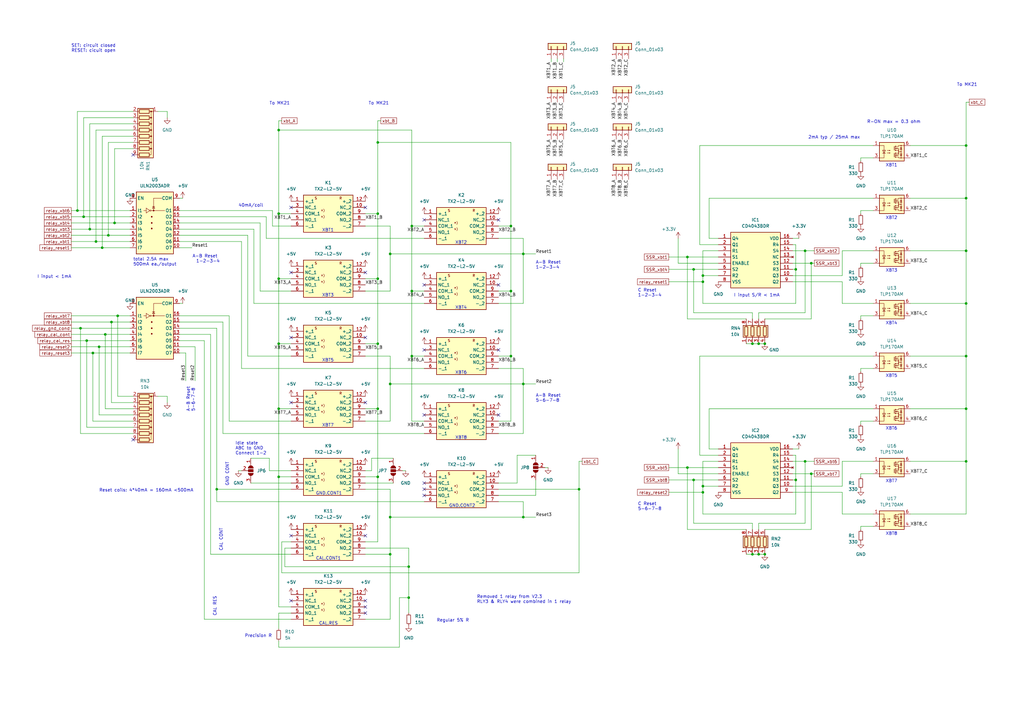
<source format=kicad_sch>
(kicad_sch (version 20230121) (generator eeschema)
  (paper "A3")
  (title_block (title "XBT Autolauncher 3.0") (rev "1") (company "NOAA/AOML") (comment 1 "Christian Saiz"))
  (junction (at 114.3 195.58))
  (junction (at 330.2 102.87))
  (junction (at 214.63 104.14))
  (junction (at 154.94 114.3))
  (junction (at 308.61 140.97))
  (junction (at 396.24 81.28))
  (junction (at 396.24 102.87))
  (junction (at 41.91 101.6))
  (junction (at 288.29 201.93))
  (junction (at 154.94 195.58))
  (junction (at 114.3 53.34))
  (junction (at 311.15 227.33))
  (junction (at 160.02 212.09))
  (junction (at 396.24 189.23))
  (junction (at 281.94 191.77))
  (junction (at 154.94 140.97))
  (junction (at 168.91 92.71))
  (junction (at 154.94 87.63))
  (junction (at 36.83 93.98))
  (junction (at 154.94 58.42))
  (junction (at 332.74 194.31))
  (junction (at 31.75 86.36))
  (junction (at 284.48 110.49))
  (junction (at 209.55 92.71))
  (junction (at 396.24 124.46))
  (junction (at 332.74 107.95))
  (junction (at 154.94 167.64))
  (junction (at 160.02 104.14))
  (junction (at 44.45 96.52))
  (junction (at 40.64 142.24))
  (junction (at 237.49 200.66))
  (junction (at 326.39 110.49))
  (junction (at 160.02 227.33))
  (junction (at 209.55 119.38))
  (junction (at 43.18 137.16))
  (junction (at 33.02 134.62))
  (junction (at 160.02 157.48))
  (junction (at 313.69 227.33))
  (junction (at 209.55 146.05))
  (junction (at 284.48 196.85))
  (junction (at 288.29 113.03))
  (junction (at 308.61 227.33))
  (junction (at 330.2 189.23))
  (junction (at 114.3 114.3))
  (junction (at 396.24 167.64))
  (junction (at 214.63 157.48))
  (junction (at 288.29 115.57))
  (junction (at 167.64 245.11))
  (junction (at 313.69 140.97))
  (junction (at 311.15 140.97))
  (junction (at 288.29 199.39))
  (junction (at 35.56 139.7))
  (junction (at 39.37 99.06))
  (junction (at 167.64 232.41))
  (junction (at 396.24 146.05))
  (junction (at 34.29 88.9))
  (junction (at 48.26 129.54))
  (junction (at 46.99 91.44))
  (junction (at 114.3 87.63))
  (junction (at 326.39 196.85))
  (junction (at 45.72 132.08))
  (junction (at 38.1 144.78))
  (junction (at 396.24 59.69))
  (junction (at 214.63 212.09))
  (junction (at 168.91 119.38))
  (junction (at 168.91 146.05))
  (junction (at 88.9 200.66))
  (junction (at 281.94 105.41))
  (junction (at 114.3 167.64))
  (junction (at 114.3 140.97))
  (no_connect (at 149.86 138.43))
  (no_connect (at 119.38 111.76))
  (no_connect (at 149.86 251.46))
  (no_connect (at 54.61 180.34))
  (no_connect (at 149.86 111.76))
  (no_connect (at 119.38 219.71))
  (no_connect (at 204.47 143.51))
  (no_connect (at 149.86 248.92))
  (no_connect (at 119.38 165.1))
  (no_connect (at 173.99 198.12))
  (no_connect (at 173.99 143.51))
  (no_connect (at 173.99 90.17))
  (no_connect (at 119.38 246.38))
  (no_connect (at 173.99 116.84))
  (no_connect (at 119.38 138.43))
  (no_connect (at 149.86 85.09))
  (no_connect (at 204.47 116.84))
  (no_connect (at 149.86 165.1))
  (no_connect (at 204.47 170.18))
  (no_connect (at 149.86 219.71))
  (no_connect (at 173.99 170.18))
  (no_connect (at 119.38 85.09))
  (no_connect (at 54.61 63.5))
  (no_connect (at 173.99 203.2))
  (no_connect (at 173.99 200.66))
  (no_connect (at 204.47 90.17))
  (no_connect (at 149.86 246.38))
  (wire (pts (xy 228.6 24.13) (xy 228.6 25.4)))
  (wire (pts (xy 204.47 205.74) (xy 214.63 205.74)))
  (wire (pts (xy 353.06 87.63) (xy 353.06 86.36)))
  (wire (pts (xy 353.06 195.58) (xy 353.06 194.31)))
  (wire (pts (xy 80.01 142.24) (xy 80.01 156.21)))
  (wire (pts (xy 325.12 110.49) (xy 326.39 110.49)))
  (wire (pts (xy 44.45 58.42) (xy 44.45 96.52)))
  (wire (pts (xy 214.63 124.46) (xy 214.63 104.14)))
  (wire (pts (xy 334.01 194.31) (xy 332.74 194.31)))
  (wire (pts (xy 287.02 186.69) (xy 294.64 186.69)))
  (wire (pts (xy 54.61 167.64) (xy 43.18 167.64)))
  (wire (pts (xy 288.29 115.57) (xy 288.29 124.46)))
  (wire (pts (xy 226.06 24.13) (xy 226.06 25.4)))
  (wire (pts (xy 396.24 59.69) (xy 396.24 81.28)))
  (wire (pts (xy 214.63 177.8) (xy 214.63 157.48)))
  (wire (pts (xy 325.12 102.87) (xy 330.2 102.87)))
  (wire (pts (xy 160.02 227.33) (xy 160.02 212.09)))
  (wire (pts (xy 88.9 205.74) (xy 88.9 200.66)))
  (wire (pts (xy 167.64 245.11) (xy 167.64 251.46)))
  (wire (pts (xy 54.61 48.26) (xy 34.29 48.26)))
  (wire (pts (xy 274.32 105.41) (xy 281.94 105.41)))
  (wire (pts (xy 114.3 87.63) (xy 114.3 114.3)))
  (wire (pts (xy 33.02 134.62) (xy 33.02 177.8)))
  (wire (pts (xy 358.14 210.82) (xy 345.44 210.82)))
  (wire (pts (xy 326.39 100.33) (xy 326.39 110.49)))
  (wire (pts (xy 119.38 167.64) (xy 114.3 167.64)))
  (wire (pts (xy 396.24 81.28) (xy 396.24 102.87)))
  (wire (pts (xy 160.02 146.05) (xy 149.86 146.05)))
  (wire (pts (xy 209.55 172.72) (xy 209.55 146.05)))
  (wire (pts (xy 91.44 177.8) (xy 173.99 177.8)))
  (wire (pts (xy 284.48 196.85) (xy 294.64 196.85)))
  (wire (pts (xy 173.99 172.72) (xy 168.91 172.72)))
  (wire (pts (xy 353.06 86.36) (xy 358.14 86.36)))
  (wire (pts (xy 106.68 91.44) (xy 106.68 119.38)))
  (wire (pts (xy 29.21 99.06) (xy 39.37 99.06)))
  (wire (pts (xy 358.14 124.46) (xy 345.44 124.46)))
  (wire (pts (xy 29.21 132.08) (xy 45.72 132.08)))
  (wire (pts (xy 326.39 210.82) (xy 288.29 210.82)))
  (wire (pts (xy 396.24 81.28) (xy 373.38 81.28)))
  (wire (pts (xy 41.91 101.6) (xy 53.34 101.6)))
  (wire (pts (xy 330.2 102.87) (xy 330.2 128.27)))
  (wire (pts (xy 274.32 201.93) (xy 288.29 201.93)))
  (wire (pts (xy 168.91 146.05) (xy 168.91 172.72)))
  (wire (pts (xy 204.47 203.2) (xy 219.71 203.2)))
  (wire (pts (xy 45.72 132.08) (xy 53.34 132.08)))
  (wire (pts (xy 373.38 146.05) (xy 396.24 146.05)))
  (wire (pts (xy 396.24 189.23) (xy 373.38 189.23)))
  (wire (pts (xy 74.93 81.28) (xy 73.66 81.28)))
  (wire (pts (xy 168.91 92.71) (xy 168.91 119.38)))
  (wire (pts (xy 313.69 217.17) (xy 332.74 217.17)))
  (wire (pts (xy 353.06 173.99) (xy 353.06 172.72)))
  (wire (pts (xy 114.3 53.34) (xy 114.3 87.63)))
  (wire (pts (xy 358.14 59.69) (xy 287.02 59.69)))
  (wire (pts (xy 114.3 251.46) (xy 114.3 257.81)))
  (wire (pts (xy 119.38 222.25) (xy 115.57 222.25)))
  (wire (pts (xy 73.66 134.62) (xy 88.9 134.62)))
  (wire (pts (xy 274.32 110.49) (xy 284.48 110.49)))
  (wire (pts (xy 168.91 119.38) (xy 173.99 119.38)))
  (wire (pts (xy 73.66 93.98) (xy 104.14 93.98)))
  (wire (pts (xy 334.01 107.95) (xy 332.74 107.95)))
  (wire (pts (xy 396.24 59.69) (xy 396.24 41.91)))
  (wire (pts (xy 345.44 201.93) (xy 325.12 201.93)))
  (wire (pts (xy 287.02 146.05) (xy 287.02 186.69)))
  (wire (pts (xy 204.47 124.46) (xy 214.63 124.46)))
  (wire (pts (xy 116.84 232.41) (xy 167.64 232.41)))
  (wire (pts (xy 326.39 110.49) (xy 326.39 124.46)))
  (wire (pts (xy 288.29 189.23) (xy 288.29 199.39)))
  (wire (pts (xy 40.64 142.24) (xy 40.64 170.18)))
  (wire (pts (xy 149.86 92.71) (xy 160.02 92.71)))
  (wire (pts (xy 154.94 167.64) (xy 149.86 167.64)))
  (wire (pts (xy 106.68 119.38) (xy 119.38 119.38)))
  (wire (pts (xy 396.24 124.46) (xy 396.24 146.05)))
  (wire (pts (xy 358.14 81.28) (xy 290.83 81.28)))
  (wire (pts (xy 163.83 245.11) (xy 167.64 245.11)))
  (wire (pts (xy 73.66 96.52) (xy 101.6 96.52)))
  (wire (pts (xy 110.49 187.96) (xy 110.49 193.04)))
  (wire (pts (xy 115.57 234.95) (xy 237.49 234.95)))
  (wire (pts (xy 111.76 86.36) (xy 111.76 92.71)))
  (wire (pts (xy 326.39 124.46) (xy 288.29 124.46)))
  (wire (pts (xy 46.99 60.96) (xy 46.99 91.44)))
  (wire (pts (xy 114.3 195.58) (xy 114.3 248.92)))
  (wire (pts (xy 154.94 140.97) (xy 154.94 114.3)))
  (wire (pts (xy 29.21 101.6) (xy 41.91 101.6)))
  (wire (pts (xy 396.24 167.64) (xy 373.38 167.64)))
  (wire (pts (xy 29.21 129.54) (xy 48.26 129.54)))
  (wire (pts (xy 214.63 212.09) (xy 219.71 212.09)))
  (wire (pts (xy 345.44 199.39) (xy 325.12 199.39)))
  (wire (pts (xy 43.18 137.16) (xy 43.18 167.64)))
  (wire (pts (xy 29.21 142.24) (xy 40.64 142.24)))
  (wire (pts (xy 88.9 134.62) (xy 88.9 200.66)))
  (wire (pts (xy 54.61 170.18) (xy 40.64 170.18)))
  (wire (pts (xy 54.61 162.56) (xy 48.26 162.56)))
  (wire (pts (xy 330.2 189.23) (xy 330.2 214.63)))
  (wire (pts (xy 102.87 187.96) (xy 110.49 187.96)))
  (wire (pts (xy 29.21 86.36) (xy 31.75 86.36)))
  (wire (pts (xy 29.21 137.16) (xy 43.18 137.16)))
  (wire (pts (xy 114.3 114.3) (xy 114.3 140.97)))
  (wire (pts (xy 41.91 55.88) (xy 41.91 101.6)))
  (wire (pts (xy 214.63 151.13) (xy 214.63 157.48)))
  (wire (pts (xy 54.61 165.1) (xy 45.72 165.1)))
  (wire (pts (xy 353.06 152.4) (xy 353.06 151.13)))
  (wire (pts (xy 345.44 115.57) (xy 325.12 115.57)))
  (wire (pts (xy 353.06 151.13) (xy 358.14 151.13)))
  (wire (pts (xy 160.02 254) (xy 160.02 227.33)))
  (wire (pts (xy 114.3 140.97) (xy 119.38 140.97)))
  (wire (pts (xy 345.44 113.03) (xy 325.12 113.03)))
  (wire (pts (xy 154.94 195.58) (xy 154.94 167.64)))
  (wire (pts (xy 73.66 101.6) (xy 78.74 101.6)))
  (wire (pts (xy 353.06 66.04) (xy 353.06 64.77)))
  (wire (pts (xy 288.29 199.39) (xy 294.64 199.39)))
  (wire (pts (xy 73.66 91.44) (xy 106.68 91.44)))
  (wire (pts (xy 119.38 224.79) (xy 116.84 224.79)))
  (wire (pts (xy 345.44 124.46) (xy 345.44 115.57)))
  (wire (pts (xy 149.86 224.79) (xy 167.64 224.79)))
  (wire (pts (xy 353.06 215.9) (xy 358.14 215.9)))
  (wire (pts (xy 29.21 96.52) (xy 44.45 96.52)))
  (wire (pts (xy 274.32 191.77) (xy 281.94 191.77)))
  (wire (pts (xy 396.24 124.46) (xy 373.38 124.46)))
  (wire (pts (xy 287.02 100.33) (xy 294.64 100.33)))
  (wire (pts (xy 325.12 107.95) (xy 332.74 107.95)))
  (wire (pts (xy 165.1 193.04) (xy 166.37 193.04)))
  (wire (pts (xy 54.61 175.26) (xy 35.56 175.26)))
  (wire (pts (xy 154.94 140.97) (xy 149.86 140.97)))
  (wire (pts (xy 358.14 167.64) (xy 290.83 167.64)))
  (wire (pts (xy 102.87 198.12) (xy 119.38 198.12)))
  (wire (pts (xy 212.09 198.12) (xy 212.09 186.69)))
  (wire (pts (xy 274.32 115.57) (xy 288.29 115.57)))
  (wire (pts (xy 396.24 102.87) (xy 396.24 124.46)))
  (wire (pts (xy 168.91 53.34) (xy 168.91 92.71)))
  (wire (pts (xy 154.94 49.53) (xy 154.94 58.42)))
  (wire (pts (xy 274.32 196.85) (xy 284.48 196.85)))
  (wire (pts (xy 204.47 198.12) (xy 212.09 198.12)))
  (wire (pts (xy 278.13 194.31) (xy 294.64 194.31)))
  (wire (pts (xy 31.75 86.36) (xy 53.34 86.36)))
  (wire (pts (xy 73.66 139.7) (xy 83.82 139.7)))
  (wire (pts (xy 73.66 88.9) (xy 109.22 88.9)))
  (wire (pts (xy 308.61 214.63) (xy 284.48 214.63)))
  (wire (pts (xy 306.07 227.33) (xy 308.61 227.33)))
  (wire (pts (xy 104.14 93.98) (xy 104.14 124.46)))
  (wire (pts (xy 149.86 200.66) (xy 160.02 200.66)))
  (wire (pts (xy 29.21 93.98) (xy 36.83 93.98)))
  (wire (pts (xy 86.36 227.33) (xy 119.38 227.33)))
  (wire (pts (xy 115.57 49.53) (xy 114.3 49.53)))
  (wire (pts (xy 345.44 210.82) (xy 345.44 201.93)))
  (wire (pts (xy 54.61 172.72) (xy 38.1 172.72)))
  (wire (pts (xy 160.02 172.72) (xy 160.02 157.48)))
  (wire (pts (xy 114.3 262.89) (xy 114.3 265.43)))
  (wire (pts (xy 209.55 119.38) (xy 209.55 92.71)))
  (wire (pts (xy 212.09 186.69) (xy 219.71 186.69)))
  (wire (pts (xy 290.83 81.28) (xy 290.83 97.79)))
  (wire (pts (xy 214.63 157.48) (xy 160.02 157.48)))
  (wire (pts (xy 149.86 227.33) (xy 160.02 227.33)))
  (wire (pts (xy 173.99 205.74) (xy 88.9 205.74)))
  (wire (pts (xy 38.1 172.72) (xy 38.1 144.78)))
  (wire (pts (xy 353.06 109.22) (xy 353.06 107.95)))
  (wire (pts (xy 114.3 49.53) (xy 114.3 53.34)))
  (wire (pts (xy 308.61 217.17) (xy 308.61 214.63)))
  (wire (pts (xy 358.14 102.87) (xy 345.44 102.87)))
  (wire (pts (xy 209.55 92.71) (xy 204.47 92.71)))
  (wire (pts (xy 288.29 201.93) (xy 288.29 199.39)))
  (wire (pts (xy 160.02 157.48) (xy 160.02 146.05)))
  (wire (pts (xy 115.57 222.25) (xy 115.57 234.95)))
  (wire (pts (xy 64.77 162.56) (xy 68.58 162.56)))
  (wire (pts (xy 160.02 119.38) (xy 160.02 104.14)))
  (wire (pts (xy 284.48 110.49) (xy 294.64 110.49)))
  (wire (pts (xy 154.94 114.3) (xy 154.94 87.63)))
  (wire (pts (xy 154.94 58.42) (xy 209.55 58.42)))
  (wire (pts (xy 73.66 142.24) (xy 80.01 142.24)))
  (wire (pts (xy 287.02 59.69) (xy 287.02 100.33)))
  (wire (pts (xy 332.74 107.95) (xy 332.74 130.81)))
  (wire (pts (xy 149.86 198.12) (xy 161.29 198.12)))
  (wire (pts (xy 31.75 45.72) (xy 31.75 86.36)))
  (wire (pts (xy 149.86 195.58) (xy 154.94 195.58)))
  (wire (pts (xy 160.02 200.66) (xy 160.02 212.09)))
  (wire (pts (xy 152.4 187.96) (xy 161.29 187.96)))
  (wire (pts (xy 306.07 217.17) (xy 281.94 217.17)))
  (wire (pts (xy 152.4 193.04) (xy 152.4 187.96)))
  (wire (pts (xy 34.29 48.26) (xy 34.29 88.9)))
  (wire (pts (xy 101.6 146.05) (xy 119.38 146.05)))
  (wire (pts (xy 167.64 232.41) (xy 167.64 245.11)))
  (wire (pts (xy 209.55 146.05) (xy 204.47 146.05)))
  (wire (pts (xy 308.61 140.97) (xy 311.15 140.97)))
  (wire (pts (xy 334.01 189.23) (xy 330.2 189.23)))
  (wire (pts (xy 40.64 142.24) (xy 53.34 142.24)))
  (wire (pts (xy 119.38 195.58) (xy 114.3 195.58)))
  (wire (pts (xy 223.52 191.77) (xy 224.79 191.77)))
  (wire (pts (xy 290.83 184.15) (xy 294.64 184.15)))
  (wire (pts (xy 99.06 99.06) (xy 99.06 151.13)))
  (wire (pts (xy 29.21 144.78) (xy 38.1 144.78)))
  (wire (pts (xy 99.06 151.13) (xy 173.99 151.13)))
  (wire (pts (xy 209.55 172.72) (xy 204.47 172.72)))
  (wire (pts (xy 73.66 137.16) (xy 86.36 137.16)))
  (wire (pts (xy 219.71 196.85) (xy 219.71 203.2)))
  (wire (pts (xy 114.3 265.43) (xy 163.83 265.43)))
  (wire (pts (xy 104.14 124.46) (xy 173.99 124.46)))
  (wire (pts (xy 284.48 196.85) (xy 284.48 214.63)))
  (wire (pts (xy 39.37 53.34) (xy 39.37 99.06)))
  (wire (pts (xy 160.02 212.09) (xy 214.63 212.09)))
  (wire (pts (xy 313.69 130.81) (xy 332.74 130.81)))
  (wire (pts (xy 168.91 119.38) (xy 168.91 146.05)))
  (wire (pts (xy 97.79 193.04) (xy 99.06 193.04)))
  (wire (pts (xy 204.47 200.66) (xy 237.49 200.66)))
  (wire (pts (xy 396.24 167.64) (xy 396.24 189.23)))
  (wire (pts (xy 334.01 102.87) (xy 330.2 102.87)))
  (wire (pts (xy 114.3 140.97) (xy 114.3 167.64)))
  (wire (pts (xy 168.91 92.71) (xy 173.99 92.71)))
  (wire (pts (xy 114.3 195.58) (xy 114.3 167.64)))
  (wire (pts (xy 48.26 129.54) (xy 48.26 162.56)))
  (wire (pts (xy 281.94 105.41) (xy 281.94 130.81)))
  (wire (pts (xy 353.06 130.81) (xy 353.06 129.54)))
  (wire (pts (xy 353.06 194.31) (xy 358.14 194.31)))
  (wire (pts (xy 214.63 104.14) (xy 214.63 97.79)))
  (wire (pts (xy 54.61 58.42) (xy 44.45 58.42)))
  (wire (pts (xy 311.15 217.17) (xy 311.15 214.63)))
  (wire (pts (xy 284.48 128.27) (xy 284.48 110.49)))
  (wire (pts (xy 154.94 87.63) (xy 149.86 87.63)))
  (wire (pts (xy 308.61 128.27) (xy 284.48 128.27)))
  (wire (pts (xy 160.02 104.14) (xy 214.63 104.14)))
  (wire (pts (xy 91.44 132.08) (xy 91.44 177.8)))
  (wire (pts (xy 111.76 92.71) (xy 119.38 92.71)))
  (wire (pts (xy 306.07 140.97) (xy 308.61 140.97)))
  (wire (pts (xy 154.94 167.64) (xy 154.94 140.97)))
  (wire (pts (xy 209.55 146.05) (xy 209.55 119.38)))
  (wire (pts (xy 214.63 157.48) (xy 219.71 157.48)))
  (wire (pts (xy 68.58 162.56) (xy 68.58 165.1)))
  (wire (pts (xy 73.66 86.36) (xy 111.76 86.36)))
  (wire (pts (xy 294.64 189.23) (xy 288.29 189.23)))
  (wire (pts (xy 88.9 200.66) (xy 119.38 200.66)))
  (wire (pts (xy 73.66 129.54) (xy 93.98 129.54)))
  (wire (pts (xy 64.77 45.72) (xy 68.58 45.72)))
  (wire (pts (xy 396.24 41.91) (xy 397.51 41.91)))
  (wire (pts (xy 281.94 105.41) (xy 294.64 105.41)))
  (wire (pts (xy 54.61 50.8) (xy 36.83 50.8)))
  (wire (pts (xy 209.55 92.71) (xy 209.55 58.42)))
  (wire (pts (xy 231.14 24.13) (xy 231.14 25.4)))
  (wire (pts (xy 288.29 201.93) (xy 288.29 210.82)))
  (wire (pts (xy 160.02 92.71) (xy 160.02 104.14)))
  (wire (pts (xy 154.94 49.53) (xy 156.21 49.53)))
  (wire (pts (xy 325.12 100.33) (xy 326.39 100.33)))
  (wire (pts (xy 311.15 130.81) (xy 311.15 128.27)))
  (wire (pts (xy 46.99 91.44) (xy 53.34 91.44)))
  (wire (pts (xy 278.13 184.15) (xy 278.13 194.31)))
  (wire (pts (xy 396.24 146.05) (xy 396.24 167.64)))
  (wire (pts (xy 345.44 189.23) (xy 345.44 199.39)))
  (wire (pts (xy 154.94 58.42) (xy 154.94 87.63)))
  (wire (pts (xy 306.07 130.81) (xy 281.94 130.81)))
  (wire (pts (xy 332.74 194.31) (xy 325.12 194.31)))
  (wire (pts (xy 36.83 93.98) (xy 53.34 93.98)))
  (wire (pts (xy 149.86 193.04) (xy 152.4 193.04)))
  (wire (pts (xy 358.14 146.05) (xy 287.02 146.05)))
  (wire (pts (xy 330.2 189.23) (xy 325.12 189.23)))
  (wire (pts (xy 93.98 129.54) (xy 93.98 172.72)))
  (wire (pts (xy 311.15 214.63) (xy 330.2 214.63)))
  (wire (pts (xy 396.24 189.23) (xy 396.24 210.82)))
  (wire (pts (xy 332.74 194.31) (xy 332.74 217.17)))
  (wire (pts (xy 35.56 139.7) (xy 35.56 175.26)))
  (wire (pts (xy 308.61 130.81) (xy 308.61 128.27)))
  (wire (pts (xy 109.22 97.79) (xy 173.99 97.79)))
  (wire (pts (xy 326.39 196.85) (xy 326.39 210.82)))
  (wire (pts (xy 311.15 227.33) (xy 313.69 227.33)))
  (wire (pts (xy 325.12 196.85) (xy 326.39 196.85)))
  (wire (pts (xy 76.2 144.78) (xy 76.2 156.21)))
  (wire (pts (xy 149.86 254) (xy 160.02 254)))
  (wire (pts (xy 119.38 251.46) (xy 114.3 251.46)))
  (wire (pts (xy 114.3 114.3) (xy 119.38 114.3)))
  (wire (pts (xy 154.94 222.25) (xy 154.94 195.58)))
  (wire (pts (xy 278.13 107.95) (xy 294.64 107.95)))
  (wire (pts (xy 86.36 137.16) (xy 86.36 227.33)))
  (wire (pts (xy 44.45 96.52) (xy 53.34 96.52)))
  (wire (pts (xy 353.06 129.54) (xy 358.14 129.54)))
  (wire (pts (xy 149.86 119.38) (xy 160.02 119.38)))
  (wire (pts (xy 396.24 102.87) (xy 373.38 102.87)))
  (wire (pts (xy 119.38 248.92) (xy 114.3 248.92)))
  (wire (pts (xy 35.56 139.7) (xy 53.34 139.7)))
  (wire (pts (xy 114.3 87.63) (xy 119.38 87.63)))
  (wire (pts (xy 214.63 205.74) (xy 214.63 212.09)))
  (wire (pts (xy 114.3 53.34) (xy 168.91 53.34)))
  (wire (pts (xy 353.06 172.72) (xy 358.14 172.72)))
  (wire (pts (xy 101.6 96.52) (xy 101.6 146.05)))
  (wire (pts (xy 326.39 186.69) (xy 326.39 196.85)))
  (wire (pts (xy 325.12 184.15) (xy 327.66 184.15)))
  (wire (pts (xy 54.61 53.34) (xy 39.37 53.34)))
  (wire (pts (xy 325.12 97.79) (xy 327.66 97.79)))
  (wire (pts (xy 396.24 210.82) (xy 373.38 210.82)))
  (wire (pts (xy 76.2 144.78) (xy 73.66 144.78)))
  (wire (pts (xy 353.06 217.17) (xy 353.06 215.9)))
  (wire (pts (xy 154.94 114.3) (xy 149.86 114.3)))
  (wire (pts (xy 311.15 140.97) (xy 313.69 140.97)))
  (wire (pts (xy 290.83 167.64) (xy 290.83 184.15)))
  (wire (pts (xy 149.86 172.72) (xy 160.02 172.72)))
  (wire (pts (xy 345.44 102.87) (xy 345.44 113.03)))
  (wire (pts (xy 353.06 107.95) (xy 358.14 107.95)))
  (wire (pts (xy 29.21 139.7) (xy 35.56 139.7)))
  (wire (pts (xy 93.98 172.72) (xy 119.38 172.72)))
  (wire (pts (xy 288.29 115.57) (xy 288.29 113.03)))
  (wire (pts (xy 214.63 104.14) (xy 219.71 104.14)))
  (wire (pts (xy 278.13 97.79) (xy 278.13 107.95)))
  (wire (pts (xy 237.49 189.23) (xy 238.76 189.23)))
  (wire (pts (xy 116.84 224.79) (xy 116.84 232.41)))
  (wire (pts (xy 54.61 55.88) (xy 41.91 55.88)))
  (wire (pts (xy 294.64 102.87) (xy 288.29 102.87)))
  (wire (pts (xy 68.58 45.72) (xy 68.58 48.26)))
  (wire (pts (xy 325.12 186.69) (xy 326.39 186.69)))
  (wire (pts (xy 209.55 119.38) (xy 204.47 119.38)))
  (wire (pts (xy 237.49 200.66) (xy 237.49 234.95)))
  (wire (pts (xy 110.49 193.04) (xy 119.38 193.04)))
  (wire (pts (xy 204.47 151.13) (xy 214.63 151.13)))
  (wire (pts (xy 34.29 88.9) (xy 53.34 88.9)))
  (wire (pts (xy 281.94 191.77) (xy 294.64 191.77)))
  (wire (pts (xy 204.47 177.8) (xy 214.63 177.8)))
  (wire (pts (xy 149.86 222.25) (xy 154.94 222.25)))
  (wire (pts (xy 109.22 88.9) (xy 109.22 97.79)))
  (wire (pts (xy 29.21 91.44) (xy 46.99 91.44)))
  (wire (pts (xy 33.02 134.62) (xy 53.34 134.62)))
  (wire (pts (xy 163.83 265.43) (xy 163.83 245.11)))
  (wire (pts (xy 288.29 102.87) (xy 288.29 113.03)))
  (wire (pts (xy 83.82 139.7) (xy 83.82 254)))
  (wire (pts (xy 54.61 45.72) (xy 31.75 45.72)))
  (wire (pts (xy 168.91 146.05) (xy 173.99 146.05)))
  (wire (pts (xy 83.82 254) (xy 119.38 254)))
  (wire (pts (xy 237.49 189.23) (xy 237.49 200.66)))
  (wire (pts (xy 358.14 189.23) (xy 345.44 189.23)))
  (wire (pts (xy 311.15 128.27) (xy 330.2 128.27)))
  (wire (pts (xy 36.83 50.8) (xy 36.83 93.98)))
  (wire (pts (xy 353.06 64.77) (xy 358.14 64.77)))
  (wire (pts (xy 54.61 60.96) (xy 46.99 60.96)))
  (wire (pts (xy 308.61 227.33) (xy 311.15 227.33)))
  (wire (pts (xy 214.63 97.79) (xy 204.47 97.79)))
  (wire (pts (xy 74.93 124.46) (xy 73.66 124.46)))
  (wire (pts (xy 73.66 132.08) (xy 91.44 132.08)))
  (wire (pts (xy 73.66 99.06) (xy 99.06 99.06)))
  (wire (pts (xy 281.94 191.77) (xy 281.94 217.17)))
  (wire (pts (xy 43.18 137.16) (xy 53.34 137.16)))
  (wire (pts (xy 54.61 177.8) (xy 33.02 177.8)))
  (wire (pts (xy 38.1 144.78) (xy 53.34 144.78)))
  (wire (pts (xy 290.83 97.79) (xy 294.64 97.79)))
  (wire (pts (xy 45.72 132.08) (xy 45.72 165.1)))
  (wire (pts (xy 167.64 224.79) (xy 167.64 232.41)))
  (wire (pts (xy 29.21 88.9) (xy 34.29 88.9)))
  (wire (pts (xy 39.37 99.06) (xy 53.34 99.06)))
  (wire (pts (xy 48.26 129.54) (xy 53.34 129.54)))
  (wire (pts (xy 373.38 59.69) (xy 396.24 59.69)))
  (wire (pts (xy 288.29 113.03) (xy 294.64 113.03)))
  (wire (pts (xy 29.21 134.62) (xy 33.02 134.62)))
  (text "GND.CONT2" (at 184.15 208.28 0) (effects (font (size 1.27 1.27)) (justify left bottom)))
  (text "XBT4" (at 186.69 127 0) (effects (font (size 1.27 1.27)) (justify left bottom)))
  (text "SET: circuit closed\nRESET: cicuit open" (at 29.21 21.59 0) (effects (font (size 1.27 1.27)) (justify left bottom)))
  (text "XBT7" (at 363.22 198.12 0) (effects (font (size 1.27 1.27)) (justify left bottom)))
  (text "XBT6" (at 363.22 176.53 0) (effects (font (size 1.27 1.27)) (justify left bottom)))
  (text "A-B Reset \n1-2-3-4\n" (at 90.17 107.95 0) (effects (font (size 1.27 1.27)) (justify right bottom)))
  (text "XBT8" (at 186.69 180.34 0) (effects (font (size 1.27 1.27)) (justify left bottom)))
  (text "I input S/R < 1mA" (at 300.99 121.92 0) (effects (font (size 1.27 1.27)) (justify left bottom)))
  (text "XBT3" (at 363.22 111.76 0) (effects (font (size 1.27 1.27)) (justify left bottom)))
  (text "A-B Reset \n5-6-7-8\n" (at 80.01 168.91 90) (effects (font (size 1.27 1.27)) (justify left bottom)))
  (text "Reset coils: 4*40mA = 160mA <500mA" (at 40.64 201.93 0) (effects (font (size 1.27 1.27)) (justify left bottom)))
  (text "XBT8" (at 363.22 219.71 0) (effects (font (size 1.27 1.27)) (justify left bottom)))
  (text "To MK21" (at 392.43 35.56 0) (effects (font (size 1.27 1.27)) (justify left bottom)))
  (text "A-B Reset \n1-2-3-4\n" (at 219.71 110.49 0) (effects (font (size 1.27 1.27)) (justify left bottom)))
  (text "CAL.RES" (at 130.81 256.54 0) (effects (font (size 1.27 1.27)) (justify left bottom)))
  (text "Precision R" (at 100.33 261.62 0) (effects (font (size 1.27 1.27)) (justify left bottom)))
  (text "XBT4" (at 363.22 133.35 0) (effects (font (size 1.27 1.27)) (justify left bottom)))
  (text "CAL RES\n" (at 88.9 252.73 90) (effects (font (size 1.27 1.27)) (justify left bottom)))
  (text "XBT2" (at 186.69 100.33 0) (effects (font (size 1.27 1.27)) (justify left bottom)))
  (text "To MK21" (at 110.49 43.18 0) (effects (font (size 1.27 1.27)) (justify left bottom)))
  (text "XBT6" (at 186.69 153.67 0) (effects (font (size 1.27 1.27)) (justify left bottom)))
  (text "R-ON max = 0.3 ohm" (at 355.6 50.8 0) (effects (font (size 1.27 1.27)) (justify left bottom)))
  (text "To MK21" (at 151.13 43.18 0) (effects (font (size 1.27 1.27)) (justify left bottom)))
  (text "Regular 5% R" (at 179.07 255.27 0) (effects (font (size 1.27 1.27)) (justify left bottom)))
  (text "XBT1" (at 132.08 95.25 0) (effects (font (size 1.27 1.27)) (justify left bottom)))
  (text "total 2.5A max\n500mA ea./output\n" (at 54.61 109.22 0) (effects (font (size 1.27 1.27)) (justify left bottom)))
  (text "XBT2" (at 363.22 90.17 0) (effects (font (size 1.27 1.27)) (justify left bottom)))
  (text "XBT7" (at 132.08 175.26 0) (effects (font (size 1.27 1.27)) (justify left bottom)))
  (text "40mA/coil\n" (at 97.79 85.09 0) (effects (font (size 1.27 1.27)) (justify left bottom)))
  (text "C Reset \n5-6-7-8\n" (at 261.62 209.55 0) (effects (font (size 1.27 1.27)) (justify left bottom)))
  (text "Idle state\nABC to GND\nConnect 1-2" (at 96.52 186.69 0) (effects (font (size 1.27 1.27)) (justify left bottom)))
  (text "I input < 1mA" (at 15.24 114.3 0) (effects (font (size 1.27 1.27)) (justify left bottom)))
  (text "2mA typ / 25mA max" (at 331.47 57.15 0) (effects (font (size 1.27 1.27)) (justify left bottom)))
  (text "XBT1" (at 363.22 68.58 0) (effects (font (size 1.27 1.27)) (justify left bottom)))
  (text "XBT5" (at 363.22 154.94 0) (effects (font (size 1.27 1.27)) (justify left bottom)))
  (text "CAL.CONT1" (at 129.54 229.87 0) (effects (font (size 1.27 1.27)) (justify left bottom)))
  (text "GND CONT\n" (at 93.98 199.39 90) (effects (font (size 1.27 1.27)) (justify left bottom)))
  (text "Removed 1 relay from V2.3\nRLY3 & RLY4 were combined in 1 relay" (at 195.58 247.65 0) (effects (font (size 1.27 1.27)) (justify left bottom)))
  (text "XBT5" (at 132.08 148.59 0) (effects (font (size 1.27 1.27)) (justify left bottom)))
  (text "C Reset \n1-2-3-4\n" (at 261.62 121.92 0) (effects (font (size 1.27 1.27)) (justify left bottom)))
  (text "XBT3" (at 132.08 121.92 0) (effects (font (size 1.27 1.27)) (justify left bottom)))
  (text "CAL CONT" (at 91.44 226.06 90) (effects (font (size 1.27 1.27)) (justify left bottom)))
  (text "A-B Reset \n5-6-7-8\n" (at 219.71 165.1 0) (effects (font (size 1.27 1.27)) (justify left bottom)))
  (text "GND.CONT1" (at 129.54 203.2 0) (effects (font (size 1.27 1.27)) (justify left bottom)))
  (label "XBT3_A" (at 226.06 41.91 270))
  (label "XBT4_C" (at 257.81 41.91 270))
  (label "XBT5_C" (at 373.38 151.13 0))
  (label "XBT2_B" (at 255.27 24.13 270))
  (label "XBT6_B" (at 204.47 148.59 0))
  (label "XBT7_A" (at 226.06 73.66 270))
  (label "XBT4_B" (at 204.47 121.92 0))
  (label "XBT7_C" (at 231.14 73.66 270))
  (label "Reset3" (at 76.2 156.21 90))
  (label "XBT4_B" (at 255.27 41.91 270))
  (label "XBT1_B" (at 228.6 25.4 270))
  (label "XBT6_A" (at 173.99 148.59 180))
  (label "XBT7_B" (at 228.6 73.66 270))
  (label "XBT1_A" (at 119.38 90.17 180))
  (label "XBT4_C" (at 373.38 129.54 0))
  (label "XBT8_A" (at 252.73 73.66 270))
  (label "XBT2_B" (at 204.47 95.25 0))
  (label "Reset3" (at 219.71 212.09 0))
  (label "XBT8_B" (at 204.47 175.26 0))
  (label "XBT3_B" (at 149.86 116.84 0))
  (label "XBT4_A" (at 252.73 41.91 270))
  (label "XBT5_A" (at 226.06 57.15 270))
  (label "Reset2" (at 219.71 157.48 0))
  (label "XBT3_B" (at 228.6 41.91 270))
  (label "XBT2_C" (at 373.38 86.36 0))
  (label "XBT7_C" (at 373.38 194.31 0))
  (label "XBT8_C" (at 257.81 73.66 270))
  (label "XBT2_A" (at 252.73 24.13 270))
  (label "XBT1_A" (at 226.06 25.4 270))
  (label "XBT8_C" (at 373.38 215.9 0))
  (label "XBT3_C" (at 373.38 107.95 0))
  (label "XBT7_B" (at 149.86 170.18 0))
  (label "XBT2_C" (at 257.81 24.13 270))
  (label "XBT6_C" (at 373.38 172.72 0))
  (label "XBT5_B" (at 228.6 57.15 270))
  (label "XBT3_C" (at 231.14 41.91 270))
  (label "XBT5_B" (at 149.86 143.51 0))
  (label "XBT3_A" (at 119.38 116.84 180))
  (label "XBT1_B" (at 149.86 90.17 0))
  (label "Reset2" (at 80.01 156.21 90))
  (label "XBT7_A" (at 119.38 170.18 180))
  (label "Reset1" (at 219.71 104.14 0))
  (label "XBT2_A" (at 173.99 95.25 180))
  (label "XBT6_C" (at 257.81 57.15 270))
  (label "XBT4_A" (at 173.99 121.92 180))
  (label "Reset1" (at 78.74 101.6 0))
  (label "XBT5_C" (at 231.14 57.15 270))
  (label "XBT5_A" (at 119.38 143.51 180))
  (label "XBT6_A" (at 252.73 57.15 270))
  (label "XBT8_A" (at 173.99 175.26 180))
  (label "XBT6_B" (at 255.27 57.15 270))
  (label "XBT1_C" (at 373.38 64.77 0))
  (label "XBT1_C" (at 231.14 25.4 270))
  (label "XBT8_B" (at 255.27 73.66 270))
  (global_label "relay_cal_cont" (shape passive) (at 29.21 137.16 180) (property "Intersheetrefs" "${INTERSHEET_REFS}" (effects hide)))
  (global_label "SSR_xbt3" (shape passive) (at 334.01 107.95 0) (property "Intersheetrefs" "${INTERSHEET_REFS}" (effects hide)))
  (global_label "relay_xbt4" (shape passive) (at 29.21 91.44 180) (property "Intersheetrefs" "${INTERSHEET_REFS}" (effects hide)))
  (global_label "relay_reset2" (shape passive) (at 274.32 201.93 180) (property "Intersheetrefs" "${INTERSHEET_REFS}" (effects hide)))
  (global_label "relay_reset1" (shape passive) (at 29.21 101.6 180) (property "Intersheetrefs" "${INTERSHEET_REFS}" (effects hide)))
  (global_label "relay_cal_res" (shape passive) (at 29.21 139.7 180) (property "Intersheetrefs" "${INTERSHEET_REFS}" (effects hide)))
  (global_label "relay_xbt6" (shape passive) (at 29.21 86.36 180) (property "Intersheetrefs" "${INTERSHEET_REFS}" (effects hide)))
  (global_label "SSR_xbt1" (shape passive) (at 274.32 105.41 180) (property "Intersheetrefs" "${INTERSHEET_REFS}" (effects hide)))
  (global_label "relay_xbt2" (shape passive) (at 29.21 96.52 180) (property "Intersheetrefs" "${INTERSHEET_REFS}" (effects hide)))
  (global_label "xbt_A" (shape passive) (at 115.57 49.53 0) (property "Intersheetrefs" "${INTERSHEET_REFS}" (effects hide)))
  (global_label "relay_xbt5" (shape passive) (at 29.21 88.9 180) (property "Intersheetrefs" "${INTERSHEET_REFS}" (effects hide)))
  (global_label "relay_gnd_cond" (shape passive) (at 29.21 134.62 180) (property "Intersheetrefs" "${INTERSHEET_REFS}" (effects hide)))
  (global_label "relay_reset3" (shape passive) (at 29.21 144.78 180) (property "Intersheetrefs" "${INTERSHEET_REFS}" (effects hide)))
  (global_label "relay_reset2" (shape passive) (at 29.21 142.24 180) (property "Intersheetrefs" "${INTERSHEET_REFS}" (effects hide)))
  (global_label "SSR_xbt4" (shape passive) (at 274.32 110.49 180) (property "Intersheetrefs" "${INTERSHEET_REFS}" (effects hide)))
  (global_label "xbt_C" (shape passive) (at 397.51 41.91 0) (property "Intersheetrefs" "${INTERSHEET_REFS}" (effects hide)))
  (global_label "relay_reset1" (shape passive) (at 274.32 115.57 180) (property "Intersheetrefs" "${INTERSHEET_REFS}" (effects hide)))
  (global_label "SSR_xbt2" (shape passive) (at 334.01 102.87 0) (property "Intersheetrefs" "${INTERSHEET_REFS}" (effects hide)))
  (global_label "SSR_xbt5" (shape passive) (at 274.32 191.77 180) (property "Intersheetrefs" "${INTERSHEET_REFS}" (effects hide)))
  (global_label "xbt_C" (shape passive) (at 238.76 189.23 0) (property "Intersheetrefs" "${INTERSHEET_REFS}" (effects hide)))
  (global_label "relay_xbt3" (shape passive) (at 29.21 93.98 180) (property "Intersheetrefs" "${INTERSHEET_REFS}" (effects hide)))
  (global_label "xbt_B" (shape passive) (at 156.21 49.53 0) (property "Intersheetrefs" "${INTERSHEET_REFS}" (effects hide)))
  (global_label "relay_xbt8" (shape passive) (at 29.21 132.08 180) (property "Intersheetrefs" "${INTERSHEET_REFS}" (effects hide)))
  (global_label "relay_xbt7" (shape passive) (at 29.21 129.54 180) (property "Intersheetrefs" "${INTERSHEET_REFS}" (effects hide)))
  (global_label "relay_xbt1" (shape passive) (at 29.21 99.06 180) (property "Intersheetrefs" "${INTERSHEET_REFS}" (effects hide)))
  (global_label "SSR_xbt7" (shape passive) (at 334.01 194.31 0) (property "Intersheetrefs" "${INTERSHEET_REFS}" (effects hide)))
  (global_label "SSR_xbt6" (shape passive) (at 334.01 189.23 0) (property "Intersheetrefs" "${INTERSHEET_REFS}" (effects hide)))
  (global_label "SSR_xbt8" (shape passive) (at 274.32 196.85 180) (property "Intersheetrefs" "${INTERSHEET_REFS}" (effects hide)))
  (symbol (lib_id "Relay_SolidState:TLP175A") (at 365.76 148.59 0) (unit 1)
    (property "Reference" "U14" (at 365.76 139.7 0))
    (property "Value" "TLP170AM" (at 365.76 142.24 0))
    (property "Footprint" "Package_SO:MFSOP6-4_4.4x3.6mm_P1.27mm" (effects hide))
    (property "Datasheet" "https://toshiba.semicon-storage.com/info/TLP170AM_datasheet_en_20210524.pdf?did=69016&prodName=TLP170AM" (effects hide))
    (property "Digikey" "https://www.digikey.com/en/products/detail/toshiba-semiconductor-and-storage/TLP170AM-TPL-E/12698771" (effects hide))
  )
  (symbol (lib_id "power:GND") (at 68.58 48.26 0) (unit 1)
    (property "Reference" "#PWR046" (effects hide))
    (property "Value" "GND" (at 68.58 53.34 0))
    (instances (project "AOML_AB_3.0_reorganized-v1" (path "" (reference "#PWR046") (unit 1)) (path "" (reference "#PWR0174") (unit 1))))
  )
  (symbol (lib_id "power:+5V") (at 119.38 243.84 0) (unit 1)
    (property "Reference" "#PWR060" (effects hide))
    (property "Value" "+5V" (at 119.38 238.76 0))
  )
  (symbol (lib_id "power:GND") (at 294.64 201.93 0) (unit 1)
    (property "Reference" "#PWR084" (effects hide))
    (property "Value" "GND" (at 294.64 207.01 0))
  )
  (symbol (lib_id "power:+5V") (at 149.86 243.84 0) (unit 1)
    (property "Reference" "#PWR067" (effects hide))
    (property "Value" "+5V" (at 149.86 238.76 0))
  )
  (symbol (lib_id "power:GND") (at 353.06 179.07 0) (unit 1)
    (property "Reference" "#PWR0164" (effects hide))
    (property "Value" "GND" (at 353.06 184.15 0))
  )
  (symbol (lib_id "ULN2003AN:ULN2003") (at 63.5 134.62 0) (unit 1)
    (property "Reference" "U5" (at 63.5 116.84 0))
    (property "Value" "ULN2003ADR" (at 63.5 119.38 0))
    (property "Footprint" "Relay_driver_ULN2003ADR:D0016A_L" (effects hide))
    (property "Datasheet" "http://www.ti.com/lit/ds/symlink/uln2003a.pdf" (effects hide))
    (property "Digikey" "https://www.digikey.com/en/products/detail/texas-instruments/ULN2003ADR/277011?s=N4IgTCBcDa4JwDYC0BGAzAgHKpA5AIiALoC%2BQA" (effects hide))
    (instances (project "AOML_AB_3.0_reorganized-v1" (path "" (reference "U5") (unit 1)) (path "" (reference "U9") (unit 1))))
  )
  (symbol (lib_id "Relay_SolidState:TLP175A") (at 365.76 105.41 0) (unit 1)
    (property "Reference" "U12" (at 365.76 96.52 0))
    (property "Value" "TLP170AM" (at 365.76 99.06 0))
    (property "Footprint" "Package_SO:MFSOP6-4_4.4x3.6mm_P1.27mm" (effects hide))
    (property "Datasheet" "https://toshiba.semicon-storage.com/info/TLP170AM_datasheet_en_20210524.pdf?did=69016&prodName=TLP170AM" (effects hide))
    (property "Digikey" "https://www.digikey.com/en/products/detail/toshiba-semiconductor-and-storage/TLP170AM-TPL-E/12698771" (effects hide))
  )
  (symbol (lib_id "Connector_Generic:Conn_01x03") (at 228.6 19.05 90) (unit 1)
    (property "Reference" "J5" (at 233.68 17.78 90) (effects (justify right)))
    (property "Value" "Conn_01x03" (at 233.68 20.32 90) (effects (justify right)))
    (property "Footprint" "Molex_3x1_0436500315:CON_436500315_MOL" (effects hide))
    (property "Datasheet" "https://tools.molex.com/pdm_docs/sd/436500315_sd.pdf" (effects hide))
    (property "Digikey" "https://www.digikey.com/en/products/detail/molex/0436500315/283462" (effects hide))
    (instances (project "AOML_AB_3.0_reorganized-v1" (path "" (reference "J5") (unit 1)) (path "" (reference "J8") (unit 1))))
  )
  (symbol (lib_id "power:GND") (at 97.79 193.04 0) (unit 1)
    (property "Reference" "#PWR053" (effects hide))
    (property "Value" "GND" (at 97.79 198.12 0))
  )
  (symbol (lib_id "Relay_TX-L2-5V_2:TX2-L2-5V") (at 173.99 114.3 0) (unit 1)
    (property "Reference" "K4" (at 189.23 106.68 0))
    (property "Value" "TX2-L2-5V" (at 189.23 109.22 0))
    (property "Footprint" "Relay_TX-L2-5V:RELAY_TX2_L2_PAN" (effects hide))
    (property "Datasheet" "https://datasheet.datasheetarchive.com/originals/distributors/Datasheets-21/DSA-416365.pdf" (effects hide))
    (property "Mouser Part Number" "769-TX2-L2-5V" (effects hide))
    (property "Mouser Price/Stock" "https://www.mouser.co.uk/ProductDetail/Panasonic-Industrial-Devices/TX2-L2-5V?qs=HLLy2pIPwutLVi0zDF212g%3D%3D" (effects hide))
    (property "Manufacturer_Name" "Panasonic" (effects hide))
    (property "Manufacturer_Part_Number" "TX2-L2-5V" (effects hide))
  )
  (symbol (lib_id "power:+3.3V") (at 327.66 184.15 0) (unit 1)
    (property "Reference" "#PWR086" (effects hide))
    (property "Value" "+3.3V" (at 327.66 179.07 0))
  )
  (symbol (lib_id "power:+5V") (at 74.93 124.46 0) (unit 1)
    (property "Reference" "#PWR052" (effects hide))
    (property "Value" "+5V" (at 74.93 119.38 0))
  )
  (symbol (lib_id "Relay_TX-L2-5V_2:TX2-L2-5V") (at 119.38 217.17 0) (unit 1)
    (property "Reference" "K11" (at 134.62 209.55 0))
    (property "Value" "TX2-L2-5V" (at 134.62 212.09 0))
    (property "Footprint" "Relay_TX-L2-5V:RELAY_TX2_L2_PAN" (effects hide))
    (property "Datasheet" "https://datasheet.datasheetarchive.com/originals/distributors/Datasheets-21/DSA-416365.pdf" (effects hide))
    (property "Mouser Part Number" "769-TX2-L2-5V" (effects hide))
    (property "Mouser Price/Stock" "https://www.mouser.co.uk/ProductDetail/Panasonic-Industrial-Devices/TX2-L2-5V?qs=HLLy2pIPwutLVi0zDF212g%3D%3D" (effects hide))
    (property "Manufacturer_Name" "Panasonic" (effects hide))
    (property "Manufacturer_Part_Number" "TX2-L2-5V" (effects hide))
  )
  (symbol (lib_id "power:+5V") (at 149.86 82.55 0) (unit 1)
    (property "Reference" "#PWR061" (effects hide))
    (property "Value" "+5V" (at 149.86 77.47 0))
  )
  (symbol (lib_id "Latch_CD4043BDR:CD4043BDR") (at 294.64 97.79 0) (unit 1)
    (property "Reference" "IC1" (at 309.88 90.17 0))
    (property "Value" "CD4043BDR" (at 309.88 92.71 0))
    (property "Footprint" "Latch_CD4043BDR:SOIC127P600X175-16N" (effects hide))
    (property "Datasheet" "http://www.ti.com/lit/ds/symlink/cd4043b.pdf" (effects hide))
    (property "Digikey" "https://www.digikey.com/en/products/detail/texas-instruments/CD4043BDR/1691049?s=N4IgTCBcDa4JwDYC0BmAjAFkUtSByAIiALoC%2BQA" (effects hide))
  )
  (symbol (lib_id "Relay_SolidState:TLP175A") (at 365.76 127 0) (unit 1)
    (property "Reference" "U13" (at 365.76 118.11 0))
    (property "Value" "TLP170AM" (at 365.76 120.65 0))
    (property "Footprint" "Package_SO:MFSOP6-4_4.4x3.6mm_P1.27mm" (effects hide))
    (property "Datasheet" "https://toshiba.semicon-storage.com/info/TLP170AM_datasheet_en_20210524.pdf?did=69016&prodName=TLP170AM" (effects hide))
    (property "Digikey" "https://www.digikey.com/en/products/detail/toshiba-semiconductor-and-storage/TLP170AM-TPL-E/12698771" (effects hide))
  )
  (symbol (lib_id "power:GND") (at 353.06 222.25 0) (unit 1)
    (property "Reference" "#PWR087" (effects hide))
    (property "Value" "GND" (at 353.06 227.33 0))
  )
  (symbol (lib_id "Jumper:SolderJumper_3_Open") (at 219.71 191.77 90) (mirror x) (unit 1)
    (property "Reference" "JP8" (at 217.17 191.77 90) (effects (justify left)))
    (property "Value" "SolderJumper_3_Open" (effects hide))
    (property "Footprint" "Jumper:SolderJumper-3_P1.3mm_Open_RoundedPad1.0x1.5mm" (effects hide))
  )
  (symbol (lib_id "Latch_CD4043BDR:CD4043BDR") (at 294.64 184.15 0) (unit 1)
    (property "Reference" "IC2" (at 309.88 176.53 0))
    (property "Value" "CD4043BDR" (at 309.88 179.07 0))
    (property "Footprint" "Latch_CD4043BDR:SOIC127P600X175-16N" (effects hide))
    (property "Datasheet" "http://www.ti.com/lit/ds/symlink/cd4043b.pdf" (effects hide))
    (property "Digikey" "https://www.digikey.com/en/products/detail/texas-instruments/CD4043BDR/1691049?s=N4IgTCBcDa4JwDYC0BmAjAFkUtSByAIiALoC%2BQA" (effects hide))
  )
  (symbol (lib_id "power:+5V") (at 173.99 87.63 0) (unit 1)
    (property "Reference" "#PWR070" (effects hide))
    (property "Value" "+5V" (at 173.99 82.55 0))
  )
  (symbol (lib_id "Jumper:SolderJumper_3_Open") (at 102.87 193.04 270) (unit 1)
    (property "Reference" "JP6" (at 105.41 193.04 90) (effects (justify left)))
    (property "Value" "SolderJumper_3_Open" (effects hide))
    (property "Footprint" "Jumper:SolderJumper-3_P1.3mm_Open_RoundedPad1.0x1.5mm" (effects hide))
  )
  (symbol (lib_id "Relay_TX-L2-5V_2:TX2-L2-5V") (at 119.38 190.5 0) (unit 1)
    (property "Reference" "K9" (at 134.62 182.88 0))
    (property "Value" "TX2-L2-5V" (at 134.62 185.42 0))
    (property "Footprint" "Relay_TX-L2-5V:RELAY_TX2_L2_PAN" (effects hide))
    (property "Datasheet" "https://datasheet.datasheetarchive.com/originals/distributors/Datasheets-21/DSA-416365.pdf" (effects hide))
    (property "Mouser Part Number" "769-TX2-L2-5V" (effects hide))
    (property "Mouser Price/Stock" "https://www.mouser.co.uk/ProductDetail/Panasonic-Industrial-Devices/TX2-L2-5V?qs=HLLy2pIPwutLVi0zDF212g%3D%3D" (effects hide))
    (property "Manufacturer_Name" "Panasonic" (effects hide))
    (property "Manufacturer_Part_Number" "TX2-L2-5V" (effects hide))
  )
  (symbol (lib_id "Connector_Generic:Conn_01x03") (at 228.6 52.07 90) (unit 1)
    (property "Reference" "J5" (at 233.68 50.8 90) (effects (justify right)))
    (property "Value" "Conn_01x03" (at 233.68 53.34 90) (effects (justify right)))
    (property "Footprint" "Molex_3x1_0436500315:CON_436500315_MOL" (effects hide))
    (property "Datasheet" "https://tools.molex.com/pdm_docs/sd/436500315_sd.pdf" (effects hide))
    (property "Digikey" "https://www.digikey.com/en/products/detail/molex/0436500315/283462" (effects hide))
    (instances (project "AOML_AB_3.0_reorganized-v1" (path "" (reference "J5") (unit 1)) (path "" (reference "J10") (unit 1))))
  )
  (symbol (lib_id "power:GND") (at 313.69 140.97 0) (unit 1)
    (property "Reference" "#PWR0176" (effects hide))
    (property "Value" "GND" (at 317.5 143.51 0))
  )
  (symbol (lib_id "Connector_Generic:Conn_01x03") (at 255.27 68.58 90) (unit 1)
    (property "Reference" "J5" (at 260.35 67.31 90) (effects (justify right)))
    (property "Value" "Conn_01x03" (at 260.35 69.85 90) (effects (justify right)))
    (property "Footprint" "Molex_3x1_0436500315:CON_436500315_MOL" (effects hide))
    (property "Datasheet" "https://tools.molex.com/pdm_docs/sd/436500315_sd.pdf" (effects hide))
    (property "Digikey" "https://www.digikey.com/en/products/detail/molex/0436500315/283462" (effects hide))
    (instances (project "AOML_AB_3.0_reorganized-v1" (path "" (reference "J5") (unit 1)) (path "" (reference "J14") (unit 1))))
  )
  (symbol (lib_id "power:GND") (at 167.64 256.54 0) (unit 1)
    (property "Reference" "#PWR069" (effects hide))
    (property "Value" "GND" (at 167.64 261.62 0))
  )
  (symbol (lib_id "Device:R_Small") (at 353.06 133.35 0) (unit 1)
    (property "Reference" "R1" (at 347.98 133.35 0) (effects (justify left)))
    (property "Value" "330" (at 347.98 135.89 0) (effects (justify left)))
    (property "Footprint" "Resistor_0805:RC0805N_YAG" (effects hide))
    (property "Datasheet" "https://www.yageo.com/upload/media/product/productsearch/datasheet/rchip/PYu-RC_Group_51_RoHS_L_12.pdf" (effects hide))
    (property "Digikey" "https://www.digikey.com/en/products/detail/yageo/RC0805FR-10330RL/13694160" (effects hide))
    (instances (project "AOML_AB_3.0_reorganized-v1" (path "" (reference "R1") (unit 1)) (path "" (reference "R40") (unit 1))))
  )
  (symbol (lib_id "Device:R_Small") (at 114.3 260.35 180) (unit 1)
    (property "Reference" "R10" (at 116.84 259.08 0) (effects (justify right)))
    (property "Value" "5k" (at 116.84 261.62 0) (effects (justify right)))
    (property "Footprint" "Precision_resistor_5k:Y1453_VIS" (effects hide))
    (property "Datasheet" "https://foilresistors.com/docs/63187/zseries.pdf" (effects hide))
    (property "Digikey" "https://www.digikey.com/en/products/detail/vpg-foil-resistors/Y14535K00000V9L/2609897" (effects hide))
  )
  (symbol (lib_id "power:+5V") (at 119.38 217.17 0) (unit 1)
    (property "Reference" "#PWR059" (effects hide))
    (property "Value" "+5V" (at 119.38 212.09 0))
  )
  (symbol (lib_id "Relay_SolidState:TLP175A") (at 365.76 170.18 0) (unit 1)
    (property "Reference" "U15" (at 365.76 161.29 0))
    (property "Value" "TLP170AM" (at 365.76 163.83 0))
    (property "Footprint" "Package_SO:MFSOP6-4_4.4x3.6mm_P1.27mm" (effects hide))
    (property "Datasheet" "https://toshiba.semicon-storage.com/info/TLP170AM_datasheet_en_20210524.pdf?did=69016&prodName=TLP170AM" (effects hide))
    (property "Digikey" "https://www.digikey.com/en/products/detail/toshiba-semiconductor-and-storage/TLP170AM-TPL-E/12698771" (effects hide))
  )
  (symbol (lib_id "Device:R_Small") (at 353.06 68.58 0) (unit 1)
    (property "Reference" "R1" (at 347.98 68.58 0) (effects (justify left)))
    (property "Value" "330" (at 347.98 71.12 0) (effects (justify left)))
    (property "Footprint" "Resistor_0805:RC0805N_YAG" (effects hide))
    (property "Datasheet" "https://www.yageo.com/upload/media/product/productsearch/datasheet/rchip/PYu-RC_Group_51_RoHS_L_12.pdf" (effects hide))
    (property "Digikey" "https://www.digikey.com/en/products/detail/yageo/RC0805FR-10330RL/13694160" (effects hide))
    (instances (project "AOML_AB_3.0_reorganized-v1" (path "" (reference "R1") (unit 1)) (path "" (reference "R43") (unit 1))))
  )
  (symbol (lib_id "Relay_SolidState:TLP175A") (at 365.76 62.23 0) (unit 1)
    (property "Reference" "U10" (at 365.76 53.34 0))
    (property "Value" "TLP170AM" (at 365.76 55.88 0))
    (property "Footprint" "Package_SO:MFSOP6-4_4.4x3.6mm_P1.27mm" (effects hide))
    (property "Datasheet" "https://toshiba.semicon-storage.com/info/TLP170AM_datasheet_en_20210524.pdf?did=69016&prodName=TLP170AM" (effects hide))
    (property "Digikey" "https://www.digikey.com/en/products/detail/toshiba-semiconductor-and-storage/TLP170AM-TPL-E/12698771" (effects hide))
  )
  (symbol (lib_id "power:+3.3V") (at 327.66 97.79 0) (unit 1)
    (property "Reference" "#PWR085" (effects hide))
    (property "Value" "+3.3V" (at 327.66 92.71 0))
  )
  (symbol (lib_id "power:GND") (at 353.06 71.12 0) (unit 1)
    (property "Reference" "#PWR0169" (effects hide))
    (property "Value" "GND" (at 353.06 76.2 0))
  )
  (symbol (lib_id "power:+5V") (at 204.47 195.58 0) (unit 1)
    (property "Reference" "#PWR079" (effects hide))
    (property "Value" "+5V" (at 204.47 190.5 0))
  )
  (symbol (lib_id "power:GND") (at 353.06 114.3 0) (unit 1)
    (property "Reference" "#PWR0167" (effects hide))
    (property "Value" "GND" (at 353.06 119.38 0))
  )
  (symbol (lib_id "power:GND") (at 53.34 124.46 0) (unit 1)
    (property "Reference" "#PWR020" (effects hide))
    (property "Value" "GND" (at 53.34 123.19 0))
    (instances (project "AOML_AB_3.0_reorganized-v1" (path "" (reference "#PWR020") (unit 1)) (path "" (reference "#PWR050") (unit 1))))
  )
  (symbol (lib_id "power:+5V") (at 119.38 162.56 0) (unit 1)
    (property "Reference" "#PWR057" (effects hide))
    (property "Value" "+5V" (at 119.38 157.48 0))
  )
  (symbol (lib_id "power:+5V") (at 119.38 82.55 0) (unit 1)
    (property "Reference" "#PWR054" (effects hide))
    (property "Value" "+5V" (at 119.38 77.47 0))
  )
  (symbol (lib_id "power:GND") (at 53.34 81.28 0) (unit 1)
    (property "Reference" "#PWR08" (effects hide))
    (property "Value" "GND" (at 53.34 80.01 0))
    (instances (project "AOML_AB_3.0_reorganized-v1" (path "" (reference "#PWR08") (unit 1)) (path "" (reference "#PWR049") (unit 1))))
  )
  (symbol (lib_id "power:+5V") (at 149.86 190.5 0) (unit 1)
    (property "Reference" "#PWR065" (effects hide))
    (property "Value" "+5V" (at 149.86 185.42 0))
  )
  (symbol (lib_id "Device:R_Small") (at 353.06 176.53 0) (unit 1)
    (property "Reference" "R1" (at 347.98 176.53 0) (effects (justify left)))
    (property "Value" "330" (at 347.98 179.07 0) (effects (justify left)))
    (property "Footprint" "Resistor_0805:RC0805N_YAG" (effects hide))
    (property "Datasheet" "https://www.yageo.com/upload/media/product/productsearch/datasheet/rchip/PYu-RC_Group_51_RoHS_L_12.pdf" (effects hide))
    (property "Digikey" "https://www.digikey.com/en/products/detail/yageo/RC0805FR-10330RL/13694160" (effects hide))
    (instances (project "AOML_AB_3.0_reorganized-v1" (path "" (reference "R1") (unit 1)) (path "" (reference "R38") (unit 1))))
  )
  (symbol (lib_id "Relay_SolidState:TLP175A") (at 365.76 83.82 0) (unit 1)
    (property "Reference" "U11" (at 365.76 74.93 0))
    (property "Value" "TLP170AM" (at 365.76 77.47 0))
    (property "Footprint" "Package_SO:MFSOP6-4_4.4x3.6mm_P1.27mm" (effects hide))
    (property "Datasheet" "https://toshiba.semicon-storage.com/info/TLP170AM_datasheet_en_20210524.pdf?did=69016&prodName=TLP170AM" (effects hide))
    (property "Digikey" "https://www.digikey.com/en/products/detail/toshiba-semiconductor-and-storage/TLP170AM-TPL-E/12698771" (effects hide))
  )
  (symbol (lib_id "Connector_Generic:Conn_01x03") (at 255.27 36.83 90) (unit 1)
    (property "Reference" "J5" (at 260.35 35.56 90) (effects (justify right)))
    (property "Value" "Conn_01x03" (at 260.35 38.1 90) (effects (justify right)))
    (property "Footprint" "Molex_3x1_0436500315:CON_436500315_MOL" (effects hide))
    (property "Datasheet" "https://tools.molex.com/pdm_docs/sd/436500315_sd.pdf" (effects hide))
    (property "Digikey" "https://www.digikey.com/en/products/detail/molex/0436500315/283462" (effects hide))
    (instances (project "AOML_AB_3.0_reorganized-v1" (path "" (reference "J5") (unit 1)) (path "" (reference "J12") (unit 1))))
  )
  (symbol (lib_id "power:+5V") (at 119.38 109.22 0) (unit 1)
    (property "Reference" "#PWR055" (effects hide))
    (property "Value" "+5V" (at 119.38 104.14 0))
  )
  (symbol (lib_id "Relay_TX-L2-5V_2:TX2-L2-5V") (at 173.99 140.97 0) (unit 1)
    (property "Reference" "K6" (at 189.23 133.35 0))
    (property "Value" "TX2-L2-5V" (at 189.23 135.89 0))
    (property "Footprint" "Relay_TX-L2-5V:RELAY_TX2_L2_PAN" (effects hide))
    (property "Datasheet" "https://datasheet.datasheetarchive.com/originals/distributors/Datasheets-21/DSA-416365.pdf" (effects hide))
    (property "Mouser Part Number" "769-TX2-L2-5V" (effects hide))
    (property "Mouser Price/Stock" "https://www.mouser.co.uk/ProductDetail/Panasonic-Industrial-Devices/TX2-L2-5V?qs=HLLy2pIPwutLVi0zDF212g%3D%3D" (effects hide))
    (property "Manufacturer_Name" "Panasonic" (effects hide))
    (property "Manufacturer_Part_Number" "TX2-L2-5V" (effects hide))
  )
  (symbol (lib_id "power:GND") (at 353.06 157.48 0) (unit 1)
    (property "Reference" "#PWR0165" (effects hide))
    (property "Value" "GND" (at 353.06 162.56 0))
  )
  (symbol (lib_id "Device:R_Pack04") (at 311.15 222.25 0) (unit 1)
    (property "Reference" "RN2" (at 316.23 220.98 0) (effects (justify left)))
    (property "Value" "10k" (at 316.23 223.52 0) (effects (justify left)))
    (property "Footprint" "Resistor_network_x4_10k-1204:RESCAXS80P320X160X70-8N" (effects hide))
    (property "Datasheet" "https://www.yageo.com/upload/media/product/productsearch/datasheet/rchip/PYu-YC_TC_group_51_RoHS_L_9.pdf" (effects hide))
    (property "Digikey" "https://www.digikey.com/en/products/detail/yageo/YC164-JR-1310KL/17023153?s=N4IgTCBcDaIJ4GMCMA2ALAWgFYCcNIGYkAGAawBsQBdAXyA" (effects hide))
  )
  (symbol (lib_id "power:+5V") (at 149.86 135.89 0) (unit 1)
    (property "Reference" "#PWR063" (effects hide))
    (property "Value" "+5V" (at 149.86 130.81 0))
  )
  (symbol (lib_id "power:+5V") (at 119.38 190.5 0) (unit 1)
    (property "Reference" "#PWR058" (effects hide))
    (property "Value" "+5V" (at 119.38 185.42 0))
  )
  (symbol (lib_id "Connector_Generic:Conn_01x03") (at 228.6 36.83 90) (unit 1)
    (property "Reference" "J5" (at 233.68 35.56 90) (effects (justify right)))
    (property "Value" "Conn_01x03" (at 233.68 38.1 90) (effects (justify right)))
    (property "Footprint" "Molex_3x1_0436500315:CON_436500315_MOL" (effects hide))
    (property "Datasheet" "https://tools.molex.com/pdm_docs/sd/436500315_sd.pdf" (effects hide))
    (property "Digikey" "https://www.digikey.com/en/products/detail/molex/0436500315/283462" (effects hide))
    (instances (project "AOML_AB_3.0_reorganized-v1" (path "" (reference "J5") (unit 1)) (path "" (reference "J9") (unit 1))))
  )
  (symbol (lib_id "Relay_SolidState:TLP175A") (at 365.76 213.36 0) (unit 1)
    (property "Reference" "U17" (at 365.76 204.47 0))
    (property "Value" "TLP170AM" (at 365.76 207.01 0))
    (property "Footprint" "Package_SO:MFSOP6-4_4.4x3.6mm_P1.27mm" (effects hide))
    (property "Datasheet" "https://toshiba.semicon-storage.com/info/TLP170AM_datasheet_en_20210524.pdf?did=69016&prodName=TLP170AM" (effects hide))
    (property "Digikey" "https://www.digikey.com/en/products/detail/toshiba-semiconductor-and-storage/TLP170AM-TPL-E/12698771" (effects hide))
  )
  (symbol (lib_id "power:+5V") (at 173.99 114.3 0) (unit 1)
    (property "Reference" "#PWR071" (effects hide))
    (property "Value" "+5V" (at 173.99 109.22 0))
  )
  (symbol (lib_id "power:+5V") (at 204.47 114.3 0) (unit 1)
    (property "Reference" "#PWR076" (effects hide))
    (property "Value" "+5V" (at 204.47 109.22 0))
  )
  (symbol (lib_id "power:GND") (at 224.79 191.77 0) (unit 1)
    (property "Reference" "#PWR080" (effects hide))
    (property "Value" "GND" (at 224.79 196.85 0))
  )
  (symbol (lib_id "power:+5V") (at 119.38 135.89 0) (unit 1)
    (property "Reference" "#PWR056" (effects hide))
    (property "Value" "+5V" (at 119.38 130.81 0))
  )
  (symbol (lib_id "Device:R_Pack04") (at 311.15 135.89 0) (unit 1)
    (property "Reference" "RN4" (at 299.72 134.62 0) (effects (justify left)))
    (property "Value" "10k" (at 299.72 137.16 0) (effects (justify left)))
    (property "Footprint" "Resistor_network_x4_10k-1204:RESCAXS80P320X160X70-8N" (effects hide))
    (property "Datasheet" "https://www.yageo.com/upload/media/product/productsearch/datasheet/rchip/PYu-YC_TC_group_51_RoHS_L_9.pdf" (effects hide))
    (property "Digikey" "https://www.digikey.com/en/products/detail/yageo/YC164-JR-1310KL/17023153?s=N4IgTCBcDaIJ4GMCMA2ALAWgFYCcNIGYkAGAawBsQBdAXyA" (effects hide))
  )
  (symbol (lib_id "power:GND") (at 353.06 135.89 0) (unit 1)
    (property "Reference" "#PWR0166" (effects hide))
    (property "Value" "GND" (at 353.06 140.97 0))
  )
  (symbol (lib_id "power:GND") (at 68.58 165.1 0) (unit 1)
    (property "Reference" "#PWR046" (effects hide))
    (property "Value" "GND" (at 68.58 170.18 0))
    (instances (project "AOML_AB_3.0_reorganized-v1" (path "" (reference "#PWR046") (unit 1)) (path "" (reference "#PWR0175") (unit 1))))
  )
  (symbol (lib_id "Relay_SolidState:TLP175A") (at 365.76 191.77 0) (unit 1)
    (property "Reference" "U16" (at 365.76 182.88 0))
    (property "Value" "TLP170AM" (at 365.76 185.42 0))
    (property "Footprint" "Package_SO:MFSOP6-4_4.4x3.6mm_P1.27mm" (effects hide))
    (property "Datasheet" "https://toshiba.semicon-storage.com/info/TLP170AM_datasheet_en_20210524.pdf?did=69016&prodName=TLP170AM" (effects hide))
    (property "Digikey" "https://www.digikey.com/en/products/detail/toshiba-semiconductor-and-storage/TLP170AM-TPL-E/12698771" (effects hide))
  )
  (symbol (lib_id "power:+5V") (at 173.99 140.97 0) (unit 1)
    (property "Reference" "#PWR072" (effects hide))
    (property "Value" "+5V" (at 173.99 135.89 0))
  )
  (symbol (lib_id "Relay_TX-L2-5V_2:TX2-L2-5V") (at 173.99 87.63 0) (unit 1)
    (property "Reference" "K2" (at 189.23 80.01 0))
    (property "Value" "TX2-L2-5V" (at 189.23 82.55 0))
    (property "Footprint" "Relay_TX-L2-5V:RELAY_TX2_L2_PAN" (effects hide))
    (property "Datasheet" "https://datasheet.datasheetarchive.com/originals/distributors/Datasheets-21/DSA-416365.pdf" (effects hide))
    (property "Mouser Part Number" "769-TX2-L2-5V" (effects hide))
    (property "Mouser Price/Stock" "https://www.mouser.co.uk/ProductDetail/Panasonic-Industrial-Devices/TX2-L2-5V?qs=HLLy2pIPwutLVi0zDF212g%3D%3D" (effects hide))
    (property "Manufacturer_Name" "Panasonic" (effects hide))
    (property "Manufacturer_Part_Number" "TX2-L2-5V" (effects hide))
  )
  (symbol (lib_id "power:GND") (at 353.06 92.71 0) (unit 1)
    (property "Reference" "#PWR0168" (effects hide))
    (property "Value" "GND" (at 353.06 97.79 0))
  )
  (symbol (lib_id "Relay_TX-L2-5V_2:TX2-L2-5V") (at 119.38 135.89 0) (unit 1)
    (property "Reference" "K5" (at 134.62 128.27 0))
    (property "Value" "TX2-L2-5V" (at 134.62 130.81 0))
    (property "Footprint" "Relay_TX-L2-5V:RELAY_TX2_L2_PAN" (effects hide))
    (property "Datasheet" "https://datasheet.datasheetarchive.com/originals/distributors/Datasheets-21/DSA-416365.pdf" (effects hide))
    (property "Mouser Part Number" "769-TX2-L2-5V" (effects hide))
    (property "Mouser Price/Stock" "https://www.mouser.co.uk/ProductDetail/Panasonic-Industrial-Devices/TX2-L2-5V?qs=HLLy2pIPwutLVi0zDF212g%3D%3D" (effects hide))
    (property "Manufacturer_Name" "Panasonic" (effects hide))
    (property "Manufacturer_Part_Number" "TX2-L2-5V" (effects hide))
  )
  (symbol (lib_id "power:+3.3V") (at 278.13 184.15 0) (unit 1)
    (property "Reference" "#PWR082" (effects hide))
    (property "Value" "+3.3V" (at 274.32 180.34 0))
  )
  (symbol (lib_id "Relay_TX-L2-5V_2:TX2-L2-5V") (at 173.99 167.64 0) (unit 1)
    (property "Reference" "K8" (at 189.23 160.02 0))
    (property "Value" "TX2-L2-5V" (at 189.23 162.56 0))
    (property "Footprint" "Relay_TX-L2-5V:RELAY_TX2_L2_PAN" (effects hide))
    (property "Datasheet" "https://datasheet.datasheetarchive.com/originals/distributors/Datasheets-21/DSA-416365.pdf" (effects hide))
    (property "Mouser Part Number" "769-TX2-L2-5V" (effects hide))
    (property "Mouser Price/Stock" "https://www.mouser.co.uk/ProductDetail/Panasonic-Industrial-Devices/TX2-L2-5V?qs=HLLy2pIPwutLVi0zDF212g%3D%3D" (effects hide))
    (property "Manufacturer_Name" "Panasonic" (effects hide))
    (property "Manufacturer_Part_Number" "TX2-L2-5V" (effects hide))
  )
  (symbol (lib_id "Relay_TX-L2-5V_2:TX2-L2-5V") (at 119.38 109.22 0) (unit 1)
    (property "Reference" "K3" (at 134.62 101.6 0))
    (property "Value" "TX2-L2-5V" (at 134.62 104.14 0))
    (property "Footprint" "Relay_TX-L2-5V:RELAY_TX2_L2_PAN" (effects hide))
    (property "Datasheet" "https://datasheet.datasheetarchive.com/originals/distributors/Datasheets-21/DSA-416365.pdf" (effects hide))
    (property "Mouser Part Number" "769-TX2-L2-5V" (effects hide))
    (property "Mouser Price/Stock" "https://www.mouser.co.uk/ProductDetail/Panasonic-Industrial-Devices/TX2-L2-5V?qs=HLLy2pIPwutLVi0zDF212g%3D%3D" (effects hide))
    (property "Manufacturer_Name" "Panasonic" (effects hide))
    (property "Manufacturer_Part_Number" "TX2-L2-5V" (effects hide))
  )
  (symbol (lib_id "Jumper:SolderJumper_3_Open") (at 161.29 193.04 90) (mirror x) (unit 1)
    (property "Reference" "JP7" (at 158.75 193.04 90) (effects (justify left)))
    (property "Value" "SolderJumper_3_Open" (effects hide))
    (property "Footprint" "Jumper:SolderJumper-3_P1.3mm_Open_RoundedPad1.0x1.5mm" (effects hide))
  )
  (symbol (lib_id "power:+5V") (at 204.47 167.64 0) (unit 1)
    (property "Reference" "#PWR078" (effects hide))
    (property "Value" "+5V" (at 204.47 162.56 0))
  )
  (symbol (lib_id "Relay_TX-L2-5V_2:TX2-L2-5V") (at 119.38 82.55 0) (unit 1)
    (property "Reference" "K1" (at 134.62 74.93 0))
    (property "Value" "TX2-L2-5V" (at 134.62 77.47 0))
    (property "Footprint" "Relay_TX-L2-5V:RELAY_TX2_L2_PAN" (effects hide))
    (property "Datasheet" "https://datasheet.datasheetarchive.com/originals/distributors/Datasheets-21/DSA-416365.pdf" (effects hide))
    (property "Mouser Part Number" "769-TX2-L2-5V" (effects hide))
    (property "Mouser Price/Stock" "https://www.mouser.co.uk/ProductDetail/Panasonic-Industrial-Devices/TX2-L2-5V?qs=HLLy2pIPwutLVi0zDF212g%3D%3D" (effects hide))
    (property "Manufacturer_Name" "Panasonic" (effects hide))
    (property "Manufacturer_Part_Number" "TX2-L2-5V" (effects hide))
  )
  (symbol (lib_id "Connector_Generic:Conn_01x03") (at 255.27 19.05 90) (unit 1)
    (property "Reference" "J5" (at 260.35 17.78 90) (effects (justify right)))
    (property "Value" "Conn_01x03" (at 260.35 20.32 90) (effects (justify right)))
    (property "Footprint" "Molex_3x1_0436500315:CON_436500315_MOL" (effects hide))
    (property "Datasheet" "https://tools.molex.com/pdm_docs/sd/436500315_sd.pdf" (effects hide))
    (property "Digikey" "https://www.digikey.com/en/products/detail/molex/0436500315/283462" (effects hide))
    (instances (project "AOML_AB_3.0_reorganized-v1" (path "" (reference "J5") (unit 1)) (path "" (reference "J15") (unit 1))))
  )
  (symbol (lib_id "Device:R_Small") (at 353.06 90.17 0) (unit 1)
    (property "Reference" "R1" (at 347.98 90.17 0) (effects (justify left)))
    (property "Value" "330" (at 347.98 92.71 0) (effects (justify left)))
    (property "Footprint" "Resistor_0805:RC0805N_YAG" (effects hide))
    (property "Datasheet" "https://www.yageo.com/upload/media/product/productsearch/datasheet/rchip/PYu-RC_Group_51_RoHS_L_12.pdf" (effects hide))
    (property "Digikey" "https://www.digikey.com/en/products/detail/yageo/RC0805FR-10330RL/13694160" (effects hide))
    (instances (project "AOML_AB_3.0_reorganized-v1" (path "" (reference "R1") (unit 1)) (path "" (reference "R42") (unit 1))))
  )
  (symbol (lib_id "Device:R_Small") (at 353.06 154.94 0) (unit 1)
    (property "Reference" "R1" (at 347.98 154.94 0) (effects (justify left)))
    (property "Value" "330" (at 347.98 157.48 0) (effects (justify left)))
    (property "Footprint" "Resistor_0805:RC0805N_YAG" (effects hide))
    (property "Datasheet" "https://www.yageo.com/upload/media/product/productsearch/datasheet/rchip/PYu-RC_Group_51_RoHS_L_12.pdf" (effects hide))
    (property "Digikey" "https://www.digikey.com/en/products/detail/yageo/RC0805FR-10330RL/13694160" (effects hide))
    (instances (project "AOML_AB_3.0_reorganized-v1" (path "" (reference "R1") (unit 1)) (path "" (reference "R39") (unit 1))))
  )
  (symbol (lib_id "power:+5V") (at 204.47 140.97 0) (unit 1)
    (property "Reference" "#PWR077" (effects hide))
    (property "Value" "+5V" (at 204.47 135.89 0))
  )
  (symbol (lib_id "Connector_Generic:Conn_01x03") (at 228.6 68.58 90) (unit 1)
    (property "Reference" "J5" (at 233.68 67.31 90) (effects (justify right)))
    (property "Value" "Conn_01x03" (at 233.68 69.85 90) (effects (justify right)))
    (property "Footprint" "Molex_3x1_0436500315:CON_436500315_MOL" (effects hide))
    (property "Datasheet" "https://tools.molex.com/pdm_docs/sd/436500315_sd.pdf" (effects hide))
    (property "Digikey" "https://www.digikey.com/en/products/detail/molex/0436500315/283462" (effects hide))
    (instances (project "AOML_AB_3.0_reorganized-v1" (path "" (reference "J5") (unit 1)) (path "" (reference "J11") (unit 1))))
  )
  (symbol (lib_id "power:+3.3V") (at 278.13 97.79 0) (unit 1)
    (property "Reference" "#PWR081" (effects hide))
    (property "Value" "+3.3V" (at 274.32 93.98 0))
  )
  (symbol (lib_id "Relay_TX-L2-5V_2:TX2-L2-5V") (at 173.99 195.58 0) (unit 1)
    (property "Reference" "K10" (at 189.23 187.96 0))
    (property "Value" "TX2-L2-5V" (at 189.23 190.5 0))
    (property "Footprint" "Relay_TX-L2-5V:RELAY_TX2_L2_PAN" (effects hide))
    (property "Datasheet" "https://datasheet.datasheetarchive.com/originals/distributors/Datasheets-21/DSA-416365.pdf" (effects hide))
    (property "Mouser Part Number" "769-TX2-L2-5V" (effects hide))
    (property "Mouser Price/Stock" "https://www.mouser.co.uk/ProductDetail/Panasonic-Industrial-Devices/TX2-L2-5V?qs=HLLy2pIPwutLVi0zDF212g%3D%3D" (effects hide))
    (property "Manufacturer_Name" "Panasonic" (effects hide))
    (property "Manufacturer_Part_Number" "TX2-L2-5V" (effects hide))
  )
  (symbol (lib_id "power:GND") (at 166.37 193.04 0) (unit 1)
    (property "Reference" "#PWR068" (effects hide))
    (property "Value" "GND" (at 166.37 198.12 0))
  )
  (symbol (lib_id "power:GND") (at 294.64 115.57 0) (unit 1)
    (property "Reference" "#PWR083" (effects hide))
    (property "Value" "GND" (at 294.64 120.65 0))
  )
  (symbol (lib_id "power:+5V") (at 149.86 162.56 0) (unit 1)
    (property "Reference" "#PWR064" (effects hide))
    (property "Value" "+5V" (at 149.86 157.48 0))
  )
  (symbol (lib_id "Device:R_Small") (at 353.06 198.12 0) (unit 1)
    (property "Reference" "R1" (at 347.98 198.12 0) (effects (justify left)))
    (property "Value" "330" (at 347.98 200.66 0) (effects (justify left)))
    (property "Footprint" "Resistor_0805:RC0805N_YAG" (effects hide))
    (property "Datasheet" "https://www.yageo.com/upload/media/product/productsearch/datasheet/rchip/PYu-RC_Group_51_RoHS_L_12.pdf" (effects hide))
    (property "Digikey" "https://www.digikey.com/en/products/detail/yageo/RC0805FR-10330RL/13694160" (effects hide))
    (instances (project "AOML_AB_3.0_reorganized-v1" (path "" (reference "R1") (unit 1)) (path "" (reference "R37") (unit 1))))
  )
  (symbol (lib_id "power:GND") (at 353.06 200.66 0) (unit 1)
    (property "Reference" "#PWR0163" (effects hide))
    (property "Value" "GND" (at 353.06 205.74 0))
  )
  (symbol (lib_id "Device:R_Small") (at 353.06 219.71 0) (unit 1)
    (property "Reference" "R1" (at 347.98 219.71 0) (effects (justify left)))
    (property "Value" "330" (at 347.98 222.25 0) (effects (justify left)))
    (property "Footprint" "Resistor_0805:RC0805N_YAG" (effects hide))
    (property "Datasheet" "https://www.yageo.com/upload/media/product/productsearch/datasheet/rchip/PYu-RC_Group_51_RoHS_L_12.pdf" (effects hide))
    (property "Digikey" "https://www.digikey.com/en/products/detail/yageo/RC0805FR-10330RL/13694160" (effects hide))
    (instances (project "AOML_AB_3.0_reorganized-v1" (path "" (reference "R1") (unit 1)) (path "" (reference "R36") (unit 1))))
  )
  (symbol (lib_id "power:+5V") (at 173.99 195.58 0) (unit 1)
    (property "Reference" "#PWR074" (effects hide))
    (property "Value" "+5V" (at 173.99 190.5 0))
  )
  (symbol (lib_id "power:GND") (at 313.69 227.33 0) (unit 1)
    (property "Reference" "#PWR0177" (effects hide))
    (property "Value" "GND" (at 313.69 232.41 0))
  )
  (symbol (lib_id "Connector_Generic:Conn_01x03") (at 255.27 52.07 90) (unit 1)
    (property "Reference" "J5" (at 260.35 50.8 90) (effects (justify right)))
    (property "Value" "Conn_01x03" (at 260.35 53.34 90) (effects (justify right)))
    (property "Footprint" "Molex_3x1_0436500315:CON_436500315_MOL" (effects hide))
    (property "Datasheet" "https://tools.molex.com/pdm_docs/sd/436500315_sd.pdf" (effects hide))
    (property "Digikey" "https://www.digikey.com/en/products/detail/molex/0436500315/283462" (effects hide))
    (instances (project "AOML_AB_3.0_reorganized-v1" (path "" (reference "J5") (unit 1)) (path "" (reference "J13") (unit 1))))
  )
  (symbol (lib_id "power:+5V") (at 149.86 217.17 0) (unit 1)
    (property "Reference" "#PWR066" (effects hide))
    (property "Value" "+5V" (at 149.86 212.09 0))
  )
  (symbol (lib_id "power:+5V") (at 204.47 87.63 0) (unit 1)
    (property "Reference" "#PWR075" (effects hide))
    (property "Value" "+5V" (at 204.47 82.55 0))
  )
  (symbol (lib_id "Device:R_Network08") (at 59.69 55.88 270) (unit 1)
    (property "Reference" "RN1" (at 60.706 66.04 0) (effects (justify left)))
    (property "Value" "10k" (at 58.166 66.04 0) (effects (justify left)))
    (property "Footprint" "Resistor_network-10k:SMT_JR-0710KL_YAG" (effects hide))
    (property "Datasheet" "https://www.yageo.com/upload/media/product/app/datasheet/rchip/pyu-yc_tc_group_51_rohs_l.pdf" (effects hide))
    (property "Digikey" "https://www.digikey.com/en/products/detail/yageo/YC158TJR-0710KL/5951826" (effects hide))
    (instances (project "AOML_AB_3.0_reorganized-v1" (path "" (reference "RN1") (unit 1)) (path "" (reference "RN3") (unit 1))))
  )
  (symbol (lib_id "power:+5V") (at 74.93 81.28 0) (unit 1)
    (property "Reference" "#PWR051" (effects hide))
    (property "Value" "+5V" (at 74.93 76.2 0))
  )
  (symbol (lib_id "Device:R_Network08") (at 59.69 172.72 270) (unit 1)
    (property "Reference" "RN3" (at 59.436 156.21 90))
    (property "Value" "10k" (at 59.436 158.75 90))
    (property "Footprint" "Resistor_network-10k:SMT_JR-0710KL_YAG" (effects hide))
    (property "Datasheet" "https://www.yageo.com/upload/media/product/app/datasheet/rchip/pyu-yc_tc_group_51_rohs_l.pdf" (effects hide))
    (property "Digikey" "https://www.digikey.com/en/products/detail/yageo/YC158TJR-0710KL/5951826" (effects hide))
    (instances (project "AOML_AB_3.0_reorganized-v1" (path "" (reference "RN3") (unit 1)) (path "" (reference "RN1") (unit 1))))
  )
  (symbol (lib_id "ULN2003AN:ULN2003") (at 63.5 91.44 0) (unit 1)
    (property "Reference" "U5" (at 63.5 73.66 0))
    (property "Value" "ULN2003ADR" (at 63.5 76.2 0))
    (property "Footprint" "Relay_driver_ULN2003ADR:D0016A_L" (effects hide))
    (property "Datasheet" "http://www.ti.com/lit/ds/symlink/uln2003a.pdf" (effects hide))
    (property "Digikey" "https://www.digikey.com/en/products/detail/texas-instruments/ULN2003ADR/277011?s=N4IgTCBcDa4JwDYC0BGAzAgHKpA5AIiALoC%2BQA" (effects hide))
    (instances (project "AOML_AB_3.0_reorganized-v1" (path "" (reference "U5") (unit 1)) (path "" (reference "U8") (unit 1))))
  )
  (symbol (lib_id "Device:R_Small") (at 167.64 254 180) (unit 1)
    (property "Reference" "R11" (at 170.18 252.73 0) (effects (justify right)))
    (property "Value" "15k" (at 170.18 255.27 0) (effects (justify right)))
    (property "Footprint" "Resistor_THT:R_Axial_DIN0207_L6.3mm_D2.5mm_P7.62mm_Horizontal" (effects hide))
    (property "Datasheet" "https://www.yageo.com/upload/media/product/app/datasheet/lr/yageo-cfr_datasheet.pdf" (effects hide))
    (property "Digikey" "https://www.digikey.com/en/products/detail/yageo/CFR-25JR-52-15K/12002" (effects hide))
  )
  (symbol (lib_id "Relay_TX-L2-5V_2:TX2-L2-5V") (at 119.38 162.56 0) (unit 1)
    (property "Reference" "K7" (at 134.62 154.94 0))
    (property "Value" "TX2-L2-5V" (at 134.62 157.48 0))
    (property "Footprint" "Relay_TX-L2-5V:RELAY_TX2_L2_PAN" (effects hide))
    (property "Datasheet" "https://datasheet.datasheetarchive.com/originals/distributors/Datasheets-21/DSA-416365.pdf" (effects hide))
    (property "Mouser Part Number" "769-TX2-L2-5V" (effects hide))
    (property "Mouser Price/Stock" "https://www.mouser.co.uk/ProductDetail/Panasonic-Industrial-Devices/TX2-L2-5V?qs=HLLy2pIPwutLVi0zDF212g%3D%3D" (effects hide))
    (property "Manufacturer_Name" "Panasonic" (effects hide))
    (property "Manufacturer_Part_Number" "TX2-L2-5V" (effects hide))
  )
  (symbol (lib_id "power:+5V") (at 173.99 167.64 0) (unit 1)
    (property "Reference" "#PWR073" (effects hide))
    (property "Value" "+5V" (at 173.99 162.56 0))
  )
  (symbol (lib_id "power:+5V") (at 149.86 109.22 0) (unit 1)
    (property "Reference" "#PWR062" (effects hide))
    (property "Value" "+5V" (at 149.86 104.14 0))
  )
  (symbol (lib_id "Device:R_Small") (at 353.06 111.76 0) (unit 1)
    (property "Reference" "R1" (at 347.98 111.76 0) (effects (justify left)))
    (property "Value" "330" (at 347.98 114.3 0) (effects (justify left)))
    (property "Footprint" "Resistor_0805:RC0805N_YAG" (effects hide))
    (property "Datasheet" "https://www.yageo.com/upload/media/product/productsearch/datasheet/rchip/PYu-RC_Group_51_RoHS_L_12.pdf" (effects hide))
    (property "Digikey" "https://www.digikey.com/en/products/detail/yageo/RC0805FR-10330RL/13694160" (effects hide))
    (instances (project "AOML_AB_3.0_reorganized-v1" (path "" (reference "R1") (unit 1)) (path "" (reference "R41") (unit 1))))
  )
  (symbol (lib_id "Relay_TX-L2-5V_2:TX2-L2-5V") (at 119.38 243.84 0) (unit 1)
    (property "Reference" "K13" (at 134.62 236.22 0))
    (property "Value" "TX2-L2-5V" (at 134.62 238.76 0))
    (property "Footprint" "Relay_TX-L2-5V:RELAY_TX2_L2_PAN" (effects hide))
    (property "Datasheet" "https://datasheet.datasheetarchive.com/originals/distributors/Datasheets-21/DSA-416365.pdf" (effects hide))
    (property "Mouser Part Number" "769-TX2-L2-5V" (effects hide))
    (property "Mouser Price/Stock" "https://www.mouser.co.uk/ProductDetail/Panasonic-Industrial-Devices/TX2-L2-5V?qs=HLLy2pIPwutLVi0zDF212g%3D%3D" (effects hide))
    (property "Manufacturer_Name" "Panasonic" (effects hide))
    (property "Manufacturer_Part_Number" "TX2-L2-5V" (effects hide))
    (instances (project "AOML_AB_3.0_reorganized-v1" (path "" (reference "K13") (unit 1)) (path "" (reference "K12") (unit 1))))
  )
)
</source>
